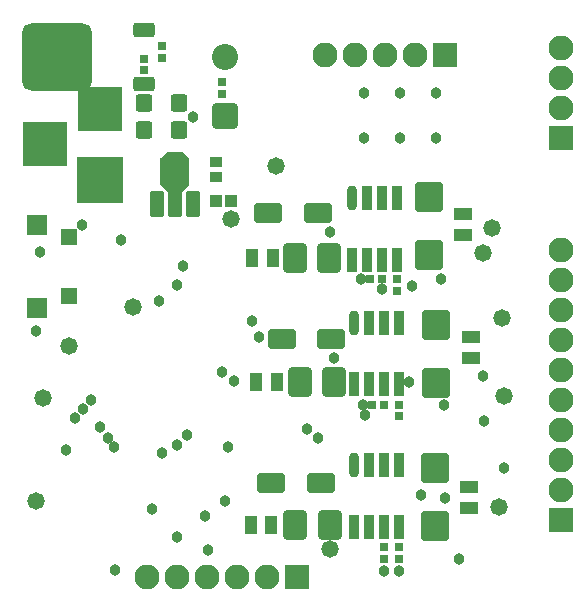
<source format=gbs>
G04 Layer_Color=16711935*
%FSAX24Y24*%
%MOIN*%
G70*
G01*
G75*
%ADD68R,0.0316X0.0277*%
%ADD70R,0.0395X0.0434*%
%ADD71R,0.0277X0.0316*%
%ADD76C,0.0830*%
%ADD77R,0.0830X0.0830*%
%ADD78R,0.0830X0.0830*%
%ADD79R,0.1480X0.1480*%
%ADD80R,0.1580X0.1580*%
%ADD81C,0.0867*%
G04:AMPARAMS|DCode=82|XSize=86.7mil|YSize=86.7mil|CornerRadius=13.8mil|HoleSize=0mil|Usage=FLASHONLY|Rotation=90.000|XOffset=0mil|YOffset=0mil|HoleType=Round|Shape=RoundedRectangle|*
%AMROUNDEDRECTD82*
21,1,0.0867,0.0591,0,0,90.0*
21,1,0.0591,0.0867,0,0,90.0*
1,1,0.0277,0.0295,0.0295*
1,1,0.0277,0.0295,-0.0295*
1,1,0.0277,-0.0295,-0.0295*
1,1,0.0277,-0.0295,0.0295*
%
%ADD82ROUNDEDRECTD82*%
%ADD83R,0.0671X0.0671*%
%ADD84R,0.0572X0.0572*%
%ADD85C,0.0380*%
%ADD86C,0.0580*%
G04:AMPARAMS|DCode=87|XSize=57.2mil|YSize=56mil|CornerRadius=10mil|HoleSize=0mil|Usage=FLASHONLY|Rotation=270.000|XOffset=0mil|YOffset=0mil|HoleType=Round|Shape=RoundedRectangle|*
%AMROUNDEDRECTD87*
21,1,0.0572,0.0360,0,0,270.0*
21,1,0.0372,0.0560,0,0,270.0*
1,1,0.0200,-0.0180,-0.0186*
1,1,0.0200,-0.0180,0.0186*
1,1,0.0200,0.0180,0.0186*
1,1,0.0200,0.0180,-0.0186*
%
%ADD87ROUNDEDRECTD87*%
G04:AMPARAMS|DCode=88|XSize=47.4mil|YSize=71mil|CornerRadius=8.9mil|HoleSize=0mil|Usage=FLASHONLY|Rotation=270.000|XOffset=0mil|YOffset=0mil|HoleType=Round|Shape=RoundedRectangle|*
%AMROUNDEDRECTD88*
21,1,0.0474,0.0532,0,0,270.0*
21,1,0.0295,0.0710,0,0,270.0*
1,1,0.0178,-0.0266,-0.0148*
1,1,0.0178,-0.0266,0.0148*
1,1,0.0178,0.0266,0.0148*
1,1,0.0178,0.0266,-0.0148*
%
%ADD88ROUNDEDRECTD88*%
G04:AMPARAMS|DCode=89|XSize=224.5mil|YSize=232.4mil|CornerRadius=31.1mil|HoleSize=0mil|Usage=FLASHONLY|Rotation=270.000|XOffset=0mil|YOffset=0mil|HoleType=Round|Shape=RoundedRectangle|*
%AMROUNDEDRECTD89*
21,1,0.2245,0.1703,0,0,270.0*
21,1,0.1624,0.2324,0,0,270.0*
1,1,0.0621,-0.0851,-0.0812*
1,1,0.0621,-0.0851,0.0812*
1,1,0.0621,0.0851,0.0812*
1,1,0.0621,0.0851,-0.0812*
%
%ADD89ROUNDEDRECTD89*%
G04:AMPARAMS|DCode=90|XSize=126.1mil|YSize=96.6mil|CornerRadius=0mil|HoleSize=0mil|Usage=FLASHONLY|Rotation=90.000|XOffset=0mil|YOffset=0mil|HoleType=Round|Shape=Octagon|*
%AMOCTAGOND90*
4,1,8,0.0241,0.0631,-0.0241,0.0631,-0.0483,0.0389,-0.0483,-0.0389,-0.0241,-0.0631,0.0241,-0.0631,0.0483,-0.0389,0.0483,0.0389,0.0241,0.0631,0.0*
%
%ADD90OCTAGOND90*%

G04:AMPARAMS|DCode=91|XSize=86.7mil|YSize=43.4mil|CornerRadius=4.2mil|HoleSize=0mil|Usage=FLASHONLY|Rotation=90.000|XOffset=0mil|YOffset=0mil|HoleType=Round|Shape=RoundedRectangle|*
%AMROUNDEDRECTD91*
21,1,0.0867,0.0351,0,0,90.0*
21,1,0.0784,0.0434,0,0,90.0*
1,1,0.0084,0.0175,0.0392*
1,1,0.0084,0.0175,-0.0392*
1,1,0.0084,-0.0175,-0.0392*
1,1,0.0084,-0.0175,0.0392*
%
%ADD91ROUNDEDRECTD91*%
G04:AMPARAMS|DCode=92|XSize=90.7mil|YSize=47.4mil|CornerRadius=4.2mil|HoleSize=0mil|Usage=FLASHONLY|Rotation=90.000|XOffset=0mil|YOffset=0mil|HoleType=Round|Shape=RoundedRectangle|*
%AMROUNDEDRECTD92*
21,1,0.0907,0.0390,0,0,90.0*
21,1,0.0823,0.0474,0,0,90.0*
1,1,0.0084,0.0195,0.0411*
1,1,0.0084,0.0195,-0.0411*
1,1,0.0084,-0.0195,-0.0411*
1,1,0.0084,-0.0195,0.0411*
%
%ADD92ROUNDEDRECTD92*%
%ADD93R,0.0631X0.0415*%
G04:AMPARAMS|DCode=94|XSize=100.5mil|YSize=96.6mil|CornerRadius=15.1mil|HoleSize=0mil|Usage=FLASHONLY|Rotation=90.000|XOffset=0mil|YOffset=0mil|HoleType=Round|Shape=RoundedRectangle|*
%AMROUNDEDRECTD94*
21,1,0.1005,0.0664,0,0,90.0*
21,1,0.0704,0.0966,0,0,90.0*
1,1,0.0301,0.0332,0.0352*
1,1,0.0301,0.0332,-0.0352*
1,1,0.0301,-0.0332,-0.0352*
1,1,0.0301,-0.0332,0.0352*
%
%ADD94ROUNDEDRECTD94*%
G04:AMPARAMS|DCode=95|XSize=94.6mil|YSize=67.1mil|CornerRadius=11.4mil|HoleSize=0mil|Usage=FLASHONLY|Rotation=0.000|XOffset=0mil|YOffset=0mil|HoleType=Round|Shape=RoundedRectangle|*
%AMROUNDEDRECTD95*
21,1,0.0946,0.0443,0,0,0.0*
21,1,0.0719,0.0671,0,0,0.0*
1,1,0.0228,0.0359,-0.0221*
1,1,0.0228,-0.0359,-0.0221*
1,1,0.0228,-0.0359,0.0221*
1,1,0.0228,0.0359,0.0221*
%
%ADD95ROUNDEDRECTD95*%
%ADD96R,0.0415X0.0631*%
G04:AMPARAMS|DCode=97|XSize=98.6mil|YSize=78.9mil|CornerRadius=12.9mil|HoleSize=0mil|Usage=FLASHONLY|Rotation=270.000|XOffset=0mil|YOffset=0mil|HoleType=Round|Shape=RoundedRectangle|*
%AMROUNDEDRECTD97*
21,1,0.0986,0.0532,0,0,270.0*
21,1,0.0728,0.0789,0,0,270.0*
1,1,0.0257,-0.0266,-0.0364*
1,1,0.0257,-0.0266,0.0364*
1,1,0.0257,0.0266,0.0364*
1,1,0.0257,0.0266,-0.0364*
%
%ADD97ROUNDEDRECTD97*%
%ADD98R,0.0415X0.0375*%
%ADD99R,0.0330X0.0830*%
%ADD100O,0.0330X0.0830*%
G36*
X015742Y025083D02*
X015747Y025082D01*
X015752Y025080D01*
X015757Y025078D01*
X015761Y025075D01*
X015765Y025071D01*
X015962Y024874D01*
X015965Y024870D01*
X015968Y024866D01*
X015970Y024861D01*
X015972Y024856D01*
X015973Y024851D01*
X015974Y024846D01*
Y023990D01*
X015973Y023985D01*
X015972Y023979D01*
X015970Y023974D01*
X015968Y023970D01*
X015965Y023965D01*
X015962Y023961D01*
X015696Y023696D01*
X015692Y023692D01*
X015688Y023689D01*
X015683Y023687D01*
X015678Y023685D01*
X015673Y023684D01*
X015668Y023684D01*
X015313D01*
X015308Y023684D01*
X015303Y023685D01*
X015298Y023687D01*
X015293Y023689D01*
X015289Y023692D01*
X015285Y023696D01*
X015019Y023961D01*
X015016Y023965D01*
X015013Y023970D01*
X015011Y023974D01*
X015009Y023979D01*
X015008Y023985D01*
X015008Y023990D01*
Y024846D01*
X015008Y024851D01*
X015009Y024856D01*
X015011Y024861D01*
X015013Y024866D01*
X015016Y024870D01*
X015019Y024874D01*
X015216Y025071D01*
X015220Y025075D01*
X015224Y025078D01*
X015229Y025080D01*
X015234Y025082D01*
X015239Y025083D01*
X015244Y025083D01*
X015737D01*
X015742Y025083D01*
D02*
G37*
D68*
X022950Y016650D02*
D03*
Y016256D02*
D03*
X015050Y028200D02*
D03*
Y028594D02*
D03*
X022900Y020844D02*
D03*
Y020450D02*
D03*
X022950Y011897D02*
D03*
Y011503D02*
D03*
X022450Y011897D02*
D03*
Y011503D02*
D03*
X017050Y027400D02*
D03*
Y027006D02*
D03*
X014457Y028187D02*
D03*
Y027793D02*
D03*
D70*
X017362Y023450D02*
D03*
X016850D02*
D03*
D71*
X022447Y016650D02*
D03*
X022053D02*
D03*
X022394Y020850D02*
D03*
X022000D02*
D03*
D76*
X028350Y020800D02*
D03*
Y016800D02*
D03*
Y015800D02*
D03*
Y018800D02*
D03*
Y019800D02*
D03*
Y013800D02*
D03*
Y017800D02*
D03*
Y014800D02*
D03*
Y021800D02*
D03*
X015550Y010900D02*
D03*
X016550D02*
D03*
X018550D02*
D03*
X017550D02*
D03*
X014550D02*
D03*
X022500Y028300D02*
D03*
X023500D02*
D03*
X021500D02*
D03*
X020500D02*
D03*
X028350Y028550D02*
D03*
Y026550D02*
D03*
Y027550D02*
D03*
D77*
Y012800D02*
D03*
Y025550D02*
D03*
D78*
X019550Y010900D02*
D03*
X024500Y028300D02*
D03*
D79*
X013000Y026512D02*
D03*
X011150Y025331D02*
D03*
D80*
X013000Y024150D02*
D03*
D81*
X017150Y028234D02*
D03*
D82*
Y026266D02*
D03*
D83*
X010887Y019866D02*
D03*
Y022622D02*
D03*
D84*
X011950Y022228D02*
D03*
Y020260D02*
D03*
D85*
X012400Y022650D02*
D03*
X015050Y015050D02*
D03*
X015550Y015300D02*
D03*
X015900Y015650D02*
D03*
X014725Y013175D02*
D03*
X013000Y015900D02*
D03*
X013250Y015550D02*
D03*
X013450Y015250D02*
D03*
X017450Y017450D02*
D03*
X017050Y017750D02*
D03*
X020250Y015550D02*
D03*
X019900Y015850D02*
D03*
X024200Y027050D02*
D03*
X023000D02*
D03*
X021800D02*
D03*
X025750Y017600D02*
D03*
X016100Y026250D02*
D03*
X011000Y021750D02*
D03*
X014950Y020100D02*
D03*
X018300Y018900D02*
D03*
X018050Y019450D02*
D03*
X015756Y021256D02*
D03*
X020650Y022400D02*
D03*
X020800Y018200D02*
D03*
X023700Y013650D02*
D03*
X023300Y017400D02*
D03*
X021821Y016290D02*
D03*
X021750Y016650D02*
D03*
X021700Y020850D02*
D03*
X025800Y016100D02*
D03*
X024950Y011500D02*
D03*
X022950Y011100D02*
D03*
X022450D02*
D03*
X016500Y012950D02*
D03*
X012410Y016490D02*
D03*
X012700Y016800D02*
D03*
X015550Y012250D02*
D03*
Y020650D02*
D03*
X024200Y025550D02*
D03*
X023000D02*
D03*
X021800D02*
D03*
X011850Y015150D02*
D03*
X017250Y015250D02*
D03*
X024450Y016650D02*
D03*
X024500Y013550D02*
D03*
X024375Y020850D02*
D03*
X012150Y016200D02*
D03*
X017150Y013450D02*
D03*
X026450Y014550D02*
D03*
X023400Y020600D02*
D03*
X022400Y020500D02*
D03*
X016600Y011800D02*
D03*
X010850Y019100D02*
D03*
X013500Y011150D02*
D03*
X013700Y022150D02*
D03*
D86*
X017350Y022850D02*
D03*
X025750Y021700D02*
D03*
X026450Y016950D02*
D03*
X026050Y022550D02*
D03*
X026300Y013250D02*
D03*
X011950Y018600D02*
D03*
X020650Y011850D02*
D03*
X012150Y027700D02*
D03*
X011050D02*
D03*
X012150Y028750D02*
D03*
X011050D02*
D03*
X014100Y019900D02*
D03*
X026400Y019550D02*
D03*
X018850Y024600D02*
D03*
X011078Y016878D02*
D03*
X010850Y013450D02*
D03*
D87*
X014469Y026700D02*
D03*
X015631D02*
D03*
X014469Y025800D02*
D03*
X015631D02*
D03*
D88*
X014457Y029150D02*
D03*
X014457Y027350D02*
D03*
D89*
X011543Y028250D02*
D03*
D90*
X015491Y024452D02*
D03*
D91*
X014900Y023350D02*
D03*
X016081D02*
D03*
D92*
X015491Y023370D02*
D03*
D93*
X025100Y022306D02*
D03*
Y022994D02*
D03*
X025350Y018200D02*
D03*
Y018889D02*
D03*
X025300Y013211D02*
D03*
Y013900D02*
D03*
D94*
X023950Y021650D02*
D03*
Y023579D02*
D03*
X024200Y017371D02*
D03*
Y019300D02*
D03*
X024150Y012600D02*
D03*
Y014529D02*
D03*
D95*
X018596Y023050D02*
D03*
X020250D02*
D03*
X019050Y018850D02*
D03*
X020704D02*
D03*
X018700Y014050D02*
D03*
X020354D02*
D03*
D96*
X018750Y021550D02*
D03*
X018061D02*
D03*
X018700Y012650D02*
D03*
X018011D02*
D03*
X018889Y017400D02*
D03*
X018200D02*
D03*
D97*
X020650Y012650D02*
D03*
X019508D02*
D03*
X020792Y017400D02*
D03*
X019650D02*
D03*
X020642Y021550D02*
D03*
X019500D02*
D03*
D98*
X016850Y024238D02*
D03*
Y024750D02*
D03*
D99*
X022450Y014625D02*
D03*
X022950Y012575D02*
D03*
X021450D02*
D03*
X022450D02*
D03*
X022950Y014625D02*
D03*
X021950D02*
D03*
Y012575D02*
D03*
X022450Y019375D02*
D03*
X022950Y017325D02*
D03*
X021450D02*
D03*
X022450D02*
D03*
X022950Y019375D02*
D03*
X021950D02*
D03*
Y017325D02*
D03*
X022400Y023525D02*
D03*
X022900Y021475D02*
D03*
X021400D02*
D03*
X022400D02*
D03*
X022900Y023525D02*
D03*
X021900D02*
D03*
Y021475D02*
D03*
D100*
X021450Y014625D02*
D03*
Y019375D02*
D03*
X021400Y023525D02*
D03*
M02*

</source>
